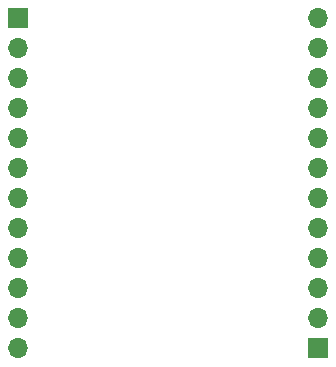
<source format=gbr>
%TF.GenerationSoftware,KiCad,Pcbnew,(6.0.10)*%
%TF.CreationDate,2023-04-04T20:58:11-04:00*%
%TF.ProjectId,xbee_breakout,78626565-5f62-4726-9561-6b6f75742e6b,rev?*%
%TF.SameCoordinates,Original*%
%TF.FileFunction,Copper,L2,Bot*%
%TF.FilePolarity,Positive*%
%FSLAX46Y46*%
G04 Gerber Fmt 4.6, Leading zero omitted, Abs format (unit mm)*
G04 Created by KiCad (PCBNEW (6.0.10)) date 2023-04-04 20:58:11*
%MOMM*%
%LPD*%
G01*
G04 APERTURE LIST*
%TA.AperFunction,ComponentPad*%
%ADD10O,1.700000X1.700000*%
%TD*%
%TA.AperFunction,ComponentPad*%
%ADD11R,1.700000X1.700000*%
%TD*%
G04 APERTURE END LIST*
D10*
%TO.P,J2,12,Pin_12*%
%TO.N,RF*%
X149860000Y-25400000D03*
%TO.P,J2,11,Pin_11*%
%TO.N,D0*%
X149860000Y-27940000D03*
%TO.P,J2,10,Pin_10*%
%TO.N,D1*%
X149860000Y-30480000D03*
%TO.P,J2,9,Pin_9*%
%TO.N,D2*%
X149860000Y-33020000D03*
%TO.P,J2,8,Pin_8*%
%TO.N,D3*%
X149860000Y-35560000D03*
%TO.P,J2,7,Pin_7*%
%TO.N,D6*%
X149860000Y-38100000D03*
%TO.P,J2,6,Pin_6*%
%TO.N,D5*%
X149860000Y-40640000D03*
%TO.P,J2,5,Pin_5*%
%TO.N,D9*%
X149860000Y-43180000D03*
%TO.P,J2,4,Pin_4*%
%TO.N,D7*%
X149860000Y-45720000D03*
%TO.P,J2,3,Pin_3*%
%TO.N,D4*%
X149860000Y-48260000D03*
%TO.P,J2,2,Pin_2*%
%TO.N,D15*%
X149860000Y-50800000D03*
D11*
%TO.P,J2,1,Pin_1*%
%TO.N,D16*%
X149860000Y-53340000D03*
%TD*%
%TO.P,J1,1,Pin_1*%
%TO.N,GND*%
X124460000Y-25400000D03*
D10*
%TO.P,J1,2,Pin_2*%
%TO.N,VCC*%
X124460000Y-27940000D03*
%TO.P,J1,3,Pin_3*%
%TO.N,D13*%
X124460000Y-30480000D03*
%TO.P,J1,4,Pin_4*%
%TO.N,D14*%
X124460000Y-33020000D03*
%TO.P,J1,5,Pin_5*%
%TO.N,D12*%
X124460000Y-35560000D03*
%TO.P,J1,6,Pin_6*%
%TO.N,RST*%
X124460000Y-38100000D03*
%TO.P,J1,7,Pin_7*%
%TO.N,D10*%
X124460000Y-40640000D03*
%TO.P,J1,8,Pin_8*%
%TO.N,D11*%
X124460000Y-43180000D03*
%TO.P,J1,9,Pin_9*%
%TO.N,D8*%
X124460000Y-45720000D03*
%TO.P,J1,10,Pin_10*%
%TO.N,D19*%
X124460000Y-48260000D03*
%TO.P,J1,11,Pin_11*%
%TO.N,D18*%
X124460000Y-50800000D03*
%TO.P,J1,12,Pin_12*%
%TO.N,D17*%
X124460000Y-53340000D03*
%TD*%
M02*

</source>
